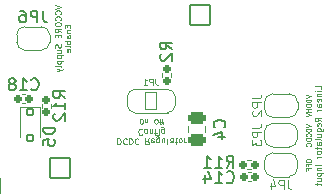
<source format=gbo>
G04 #@! TF.GenerationSoftware,KiCad,Pcbnew,(5.99.0-12840-g99442350a4)*
G04 #@! TF.CreationDate,2021-11-05T14:17:08+01:00*
G04 #@! TF.ProjectId,stknx,73746b6e-782e-46b6-9963-61645f706362,rev?*
G04 #@! TF.SameCoordinates,Original*
G04 #@! TF.FileFunction,Legend,Bot*
G04 #@! TF.FilePolarity,Positive*
%FSLAX46Y46*%
G04 Gerber Fmt 4.6, Leading zero omitted, Abs format (unit mm)*
G04 Created by KiCad (PCBNEW (5.99.0-12840-g99442350a4)) date 2021-11-05 14:17:08*
%MOMM*%
%LPD*%
G01*
G04 APERTURE LIST*
G04 Aperture macros list*
%AMRoundRect*
0 Rectangle with rounded corners*
0 $1 Rounding radius*
0 $2 $3 $4 $5 $6 $7 $8 $9 X,Y pos of 4 corners*
0 Add a 4 corners polygon primitive as box body*
4,1,4,$2,$3,$4,$5,$6,$7,$8,$9,$2,$3,0*
0 Add four circle primitives for the rounded corners*
1,1,$1+$1,$2,$3*
1,1,$1+$1,$4,$5*
1,1,$1+$1,$6,$7*
1,1,$1+$1,$8,$9*
0 Add four rect primitives between the rounded corners*
20,1,$1+$1,$2,$3,$4,$5,0*
20,1,$1+$1,$4,$5,$6,$7,0*
20,1,$1+$1,$6,$7,$8,$9,0*
20,1,$1+$1,$8,$9,$2,$3,0*%
%AMFreePoly0*
4,1,37,0.535355,0.785355,0.550000,0.750000,0.550000,-0.750000,0.535355,-0.785355,0.500000,-0.800000,0.000000,-0.800000,-0.012524,-0.794812,-0.080857,-0.793560,-0.094851,-0.791293,-0.230166,-0.749018,-0.242962,-0.742915,-0.360972,-0.664360,-0.371540,-0.654911,-0.462760,-0.546392,-0.470252,-0.534356,-0.527347,-0.404597,-0.531159,-0.390943,-0.548742,-0.256483,-0.547388,-0.256306,-0.550000,-0.250000,
-0.550000,0.250000,-0.549522,0.251153,-0.549368,0.263802,-0.527557,0.403879,-0.523412,0.417435,-0.463164,0.545760,-0.455381,0.557609,-0.361537,0.663867,-0.350741,0.673055,-0.230846,0.748703,-0.217905,0.754492,-0.081598,0.793449,-0.067552,0.795373,-0.011991,0.795033,0.000000,0.800000,0.500000,0.800000,0.535355,0.785355,0.535355,0.785355,$1*%
%AMFreePoly1*
4,1,37,0.012350,0.794884,0.074210,0.794507,0.088231,0.792412,0.224052,0.751793,0.236921,0.745846,0.355883,0.668739,0.366566,0.659420,0.459104,0.552023,0.466742,0.540080,0.525419,0.411028,0.529398,0.397421,0.549495,0.257088,0.550000,0.250000,0.550000,-0.250000,0.549996,-0.250610,0.549847,-0.262826,0.549158,-0.270511,0.525638,-0.410312,0.521328,-0.423818,0.459516,-0.551397,
0.451589,-0.563150,0.356454,-0.668254,0.345546,-0.677309,0.224736,-0.751486,0.211726,-0.757116,0.074953,-0.794405,0.060885,-0.796158,0.011462,-0.795252,0.000000,-0.800000,-0.500000,-0.800000,-0.535355,-0.785355,-0.550000,-0.750000,-0.550000,0.750000,-0.535355,0.785355,-0.500000,0.800000,0.000000,0.800000,0.012350,0.794884,0.012350,0.794884,$1*%
%AMFreePoly2*
4,1,37,0.585355,0.785355,0.600000,0.750000,0.600000,-0.750000,0.585355,-0.785355,0.550000,-0.800000,0.000000,-0.800000,-0.012524,-0.794812,-0.080857,-0.793560,-0.094851,-0.791293,-0.230166,-0.749018,-0.242962,-0.742915,-0.360972,-0.664360,-0.371540,-0.654911,-0.462760,-0.546392,-0.470252,-0.534356,-0.527347,-0.404597,-0.531159,-0.390943,-0.548742,-0.256483,-0.547388,-0.256306,-0.550000,-0.250000,
-0.550000,0.250000,-0.549522,0.251153,-0.549368,0.263802,-0.527557,0.403879,-0.523412,0.417435,-0.463164,0.545760,-0.455381,0.557609,-0.361537,0.663867,-0.350741,0.673055,-0.230846,0.748703,-0.217905,0.754492,-0.081598,0.793449,-0.067552,0.795373,-0.011991,0.795033,0.000000,0.800000,0.550000,0.800000,0.585355,0.785355,0.585355,0.785355,$1*%
%AMFreePoly3*
4,1,37,0.012350,0.794884,0.074210,0.794507,0.088231,0.792412,0.224052,0.751793,0.236921,0.745846,0.355883,0.668739,0.366566,0.659420,0.459104,0.552023,0.466742,0.540080,0.525419,0.411028,0.529398,0.397421,0.549495,0.257088,0.550000,0.250000,0.550000,-0.250000,0.549996,-0.250610,0.549847,-0.262826,0.549158,-0.270511,0.525638,-0.410312,0.521328,-0.423818,0.459516,-0.551397,
0.451589,-0.563150,0.356454,-0.668254,0.345546,-0.677309,0.224736,-0.751486,0.211726,-0.757116,0.074953,-0.794405,0.060885,-0.796158,0.011462,-0.795252,0.000000,-0.800000,-0.550000,-0.800000,-0.585355,-0.785355,-0.600000,-0.750000,-0.600000,0.750000,-0.585355,0.785355,-0.550000,0.800000,0.000000,0.800000,0.012350,0.794884,0.012350,0.794884,$1*%
G04 Aperture macros list end*
%ADD10C,0.070000*%
%ADD11C,0.075000*%
%ADD12C,0.100000*%
%ADD13C,0.150000*%
%ADD14C,0.120000*%
%ADD15RoundRect,0.050000X-0.850000X0.850000X-0.850000X-0.850000X0.850000X-0.850000X0.850000X0.850000X0*%
%ADD16O,1.800000X1.800000*%
%ADD17RoundRect,0.050000X0.850000X0.850000X-0.850000X0.850000X-0.850000X-0.850000X0.850000X-0.850000X0*%
%ADD18C,2.100000*%
%ADD19RoundRect,0.050000X0.850000X-0.850000X0.850000X0.850000X-0.850000X0.850000X-0.850000X-0.850000X0*%
%ADD20FreePoly0,0.000000*%
%ADD21FreePoly1,0.000000*%
%ADD22RoundRect,0.185000X-0.185000X0.135000X-0.185000X-0.135000X0.185000X-0.135000X0.185000X0.135000X0*%
%ADD23RoundRect,0.190000X0.140000X0.170000X-0.140000X0.170000X-0.140000X-0.170000X0.140000X-0.170000X0*%
%ADD24RoundRect,0.300000X0.475000X-0.250000X0.475000X0.250000X-0.475000X0.250000X-0.475000X-0.250000X0*%
%ADD25RoundRect,0.185000X-0.135000X-0.185000X0.135000X-0.185000X0.135000X0.185000X-0.135000X0.185000X0*%
%ADD26FreePoly0,180.000000*%
%ADD27FreePoly1,180.000000*%
%ADD28RoundRect,0.185000X0.185000X-0.135000X0.185000X0.135000X-0.185000X0.135000X-0.185000X-0.135000X0*%
%ADD29FreePoly2,0.000000*%
%ADD30RoundRect,0.050000X-0.500000X-0.750000X0.500000X-0.750000X0.500000X0.750000X-0.500000X0.750000X0*%
%ADD31FreePoly3,0.000000*%
%ADD32RoundRect,0.050000X-0.250000X0.250000X-0.250000X-0.250000X0.250000X-0.250000X0.250000X0.250000X0*%
%ADD33RoundRect,0.190000X-0.140000X-0.170000X0.140000X-0.170000X0.140000X0.170000X-0.140000X0.170000X0*%
G04 APERTURE END LIST*
D10*
X171212952Y-107813047D02*
X171289142Y-107813047D01*
X171327238Y-107794000D01*
X171365333Y-107755904D01*
X171384380Y-107679714D01*
X171384380Y-107546380D01*
X171365333Y-107470190D01*
X171327238Y-107432095D01*
X171289142Y-107413047D01*
X171212952Y-107413047D01*
X171174857Y-107432095D01*
X171136761Y-107470190D01*
X171117714Y-107546380D01*
X171117714Y-107679714D01*
X171136761Y-107755904D01*
X171174857Y-107794000D01*
X171212952Y-107813047D01*
X171555809Y-107679714D02*
X171555809Y-107413047D01*
X171555809Y-107641619D02*
X171574857Y-107660666D01*
X171612952Y-107679714D01*
X171670095Y-107679714D01*
X171708190Y-107660666D01*
X171727238Y-107622571D01*
X171727238Y-107413047D01*
D11*
X186458190Y-104889238D02*
X186458190Y-104651142D01*
X185958190Y-104651142D01*
X186458190Y-105055904D02*
X186124857Y-105055904D01*
X185958190Y-105055904D02*
X185982000Y-105032095D01*
X186005809Y-105055904D01*
X185982000Y-105079714D01*
X185958190Y-105055904D01*
X186005809Y-105055904D01*
X186124857Y-105294000D02*
X186458190Y-105294000D01*
X186172476Y-105294000D02*
X186148666Y-105317809D01*
X186124857Y-105365428D01*
X186124857Y-105436857D01*
X186148666Y-105484476D01*
X186196285Y-105508285D01*
X186458190Y-105508285D01*
X186434380Y-105936857D02*
X186458190Y-105889238D01*
X186458190Y-105794000D01*
X186434380Y-105746380D01*
X186386761Y-105722571D01*
X186196285Y-105722571D01*
X186148666Y-105746380D01*
X186124857Y-105794000D01*
X186124857Y-105889238D01*
X186148666Y-105936857D01*
X186196285Y-105960666D01*
X186243904Y-105960666D01*
X186291523Y-105722571D01*
X186458190Y-106389238D02*
X186196285Y-106389238D01*
X186148666Y-106365428D01*
X186124857Y-106317809D01*
X186124857Y-106222571D01*
X186148666Y-106174952D01*
X186434380Y-106389238D02*
X186458190Y-106341619D01*
X186458190Y-106222571D01*
X186434380Y-106174952D01*
X186386761Y-106151142D01*
X186339142Y-106151142D01*
X186291523Y-106174952D01*
X186267714Y-106222571D01*
X186267714Y-106341619D01*
X186243904Y-106389238D01*
X186458190Y-106627333D02*
X186124857Y-106627333D01*
X186220095Y-106627333D02*
X186172476Y-106651142D01*
X186148666Y-106674952D01*
X186124857Y-106722571D01*
X186124857Y-106770190D01*
X186458190Y-107603523D02*
X186220095Y-107436857D01*
X186458190Y-107317809D02*
X185958190Y-107317809D01*
X185958190Y-107508285D01*
X185982000Y-107555904D01*
X186005809Y-107579714D01*
X186053428Y-107603523D01*
X186124857Y-107603523D01*
X186172476Y-107579714D01*
X186196285Y-107555904D01*
X186220095Y-107508285D01*
X186220095Y-107317809D01*
X186434380Y-108008285D02*
X186458190Y-107960666D01*
X186458190Y-107865428D01*
X186434380Y-107817809D01*
X186386761Y-107794000D01*
X186196285Y-107794000D01*
X186148666Y-107817809D01*
X186124857Y-107865428D01*
X186124857Y-107960666D01*
X186148666Y-108008285D01*
X186196285Y-108032095D01*
X186243904Y-108032095D01*
X186291523Y-107794000D01*
X186124857Y-108460666D02*
X186529619Y-108460666D01*
X186577238Y-108436857D01*
X186601047Y-108413047D01*
X186624857Y-108365428D01*
X186624857Y-108294000D01*
X186601047Y-108246380D01*
X186434380Y-108460666D02*
X186458190Y-108413047D01*
X186458190Y-108317809D01*
X186434380Y-108270190D01*
X186410571Y-108246380D01*
X186362952Y-108222571D01*
X186220095Y-108222571D01*
X186172476Y-108246380D01*
X186148666Y-108270190D01*
X186124857Y-108317809D01*
X186124857Y-108413047D01*
X186148666Y-108460666D01*
X186124857Y-108913047D02*
X186458190Y-108913047D01*
X186124857Y-108698761D02*
X186386761Y-108698761D01*
X186434380Y-108722571D01*
X186458190Y-108770190D01*
X186458190Y-108841619D01*
X186434380Y-108889238D01*
X186410571Y-108913047D01*
X186458190Y-109222571D02*
X186434380Y-109174952D01*
X186386761Y-109151142D01*
X185958190Y-109151142D01*
X186458190Y-109627333D02*
X186196285Y-109627333D01*
X186148666Y-109603523D01*
X186124857Y-109555904D01*
X186124857Y-109460666D01*
X186148666Y-109413047D01*
X186434380Y-109627333D02*
X186458190Y-109579714D01*
X186458190Y-109460666D01*
X186434380Y-109413047D01*
X186386761Y-109389238D01*
X186339142Y-109389238D01*
X186291523Y-109413047D01*
X186267714Y-109460666D01*
X186267714Y-109579714D01*
X186243904Y-109627333D01*
X186124857Y-109794000D02*
X186124857Y-109984476D01*
X185958190Y-109865428D02*
X186386761Y-109865428D01*
X186434380Y-109889238D01*
X186458190Y-109936857D01*
X186458190Y-109984476D01*
X186458190Y-110222571D02*
X186434380Y-110174952D01*
X186410571Y-110151142D01*
X186362952Y-110127333D01*
X186220095Y-110127333D01*
X186172476Y-110151142D01*
X186148666Y-110174952D01*
X186124857Y-110222571D01*
X186124857Y-110294000D01*
X186148666Y-110341619D01*
X186172476Y-110365428D01*
X186220095Y-110389238D01*
X186362952Y-110389238D01*
X186410571Y-110365428D01*
X186434380Y-110341619D01*
X186458190Y-110294000D01*
X186458190Y-110222571D01*
X186458190Y-110603523D02*
X186124857Y-110603523D01*
X186220095Y-110603523D02*
X186172476Y-110627333D01*
X186148666Y-110651142D01*
X186124857Y-110698761D01*
X186124857Y-110746380D01*
X186458190Y-111294000D02*
X185958190Y-111294000D01*
X186124857Y-111532095D02*
X186458190Y-111532095D01*
X186172476Y-111532095D02*
X186148666Y-111555904D01*
X186124857Y-111603523D01*
X186124857Y-111674952D01*
X186148666Y-111722571D01*
X186196285Y-111746380D01*
X186458190Y-111746380D01*
X186124857Y-111984476D02*
X186624857Y-111984476D01*
X186148666Y-111984476D02*
X186124857Y-112032095D01*
X186124857Y-112127333D01*
X186148666Y-112174952D01*
X186172476Y-112198761D01*
X186220095Y-112222571D01*
X186362952Y-112222571D01*
X186410571Y-112198761D01*
X186434380Y-112174952D01*
X186458190Y-112127333D01*
X186458190Y-112032095D01*
X186434380Y-111984476D01*
X186124857Y-112651142D02*
X186458190Y-112651142D01*
X186124857Y-112436857D02*
X186386761Y-112436857D01*
X186434380Y-112460666D01*
X186458190Y-112508285D01*
X186458190Y-112579714D01*
X186434380Y-112627333D01*
X186410571Y-112651142D01*
X186124857Y-112817809D02*
X186124857Y-113008285D01*
X185958190Y-112889238D02*
X186386761Y-112889238D01*
X186434380Y-112913047D01*
X186458190Y-112960666D01*
X186458190Y-113008285D01*
D10*
X172465333Y-107813047D02*
X172541523Y-107813047D01*
X172579619Y-107794000D01*
X172617714Y-107755904D01*
X172636761Y-107679714D01*
X172636761Y-107546380D01*
X172617714Y-107470190D01*
X172579619Y-107432095D01*
X172541523Y-107413047D01*
X172465333Y-107413047D01*
X172427238Y-107432095D01*
X172389142Y-107470190D01*
X172370095Y-107546380D01*
X172370095Y-107679714D01*
X172389142Y-107755904D01*
X172427238Y-107794000D01*
X172465333Y-107813047D01*
X172751047Y-107679714D02*
X172903428Y-107679714D01*
X172808190Y-107413047D02*
X172808190Y-107755904D01*
X172827238Y-107794000D01*
X172865333Y-107813047D01*
X172903428Y-107813047D01*
X172979619Y-107679714D02*
X173132000Y-107679714D01*
X173036761Y-107413047D02*
X173036761Y-107755904D01*
X173055809Y-107794000D01*
X173093904Y-107813047D01*
X173132000Y-107813047D01*
D11*
X169230952Y-109070309D02*
X169230952Y-109570309D01*
X169350000Y-109570309D01*
X169421428Y-109546500D01*
X169469047Y-109498880D01*
X169492857Y-109451261D01*
X169516666Y-109356023D01*
X169516666Y-109284595D01*
X169492857Y-109189357D01*
X169469047Y-109141738D01*
X169421428Y-109094119D01*
X169350000Y-109070309D01*
X169230952Y-109070309D01*
X170016666Y-109117928D02*
X169992857Y-109094119D01*
X169921428Y-109070309D01*
X169873809Y-109070309D01*
X169802380Y-109094119D01*
X169754761Y-109141738D01*
X169730952Y-109189357D01*
X169707142Y-109284595D01*
X169707142Y-109356023D01*
X169730952Y-109451261D01*
X169754761Y-109498880D01*
X169802380Y-109546500D01*
X169873809Y-109570309D01*
X169921428Y-109570309D01*
X169992857Y-109546500D01*
X170016666Y-109522690D01*
X170230952Y-109070309D02*
X170230952Y-109570309D01*
X170350000Y-109570309D01*
X170421428Y-109546500D01*
X170469047Y-109498880D01*
X170492857Y-109451261D01*
X170516666Y-109356023D01*
X170516666Y-109284595D01*
X170492857Y-109189357D01*
X170469047Y-109141738D01*
X170421428Y-109094119D01*
X170350000Y-109070309D01*
X170230952Y-109070309D01*
X171016666Y-109117928D02*
X170992857Y-109094119D01*
X170921428Y-109070309D01*
X170873809Y-109070309D01*
X170802380Y-109094119D01*
X170754761Y-109141738D01*
X170730952Y-109189357D01*
X170707142Y-109284595D01*
X170707142Y-109356023D01*
X170730952Y-109451261D01*
X170754761Y-109498880D01*
X170802380Y-109546500D01*
X170873809Y-109570309D01*
X170921428Y-109570309D01*
X170992857Y-109546500D01*
X171016666Y-109522690D01*
X171897619Y-109070309D02*
X171730952Y-109308404D01*
X171611904Y-109070309D02*
X171611904Y-109570309D01*
X171802380Y-109570309D01*
X171850000Y-109546500D01*
X171873809Y-109522690D01*
X171897619Y-109475071D01*
X171897619Y-109403642D01*
X171873809Y-109356023D01*
X171850000Y-109332214D01*
X171802380Y-109308404D01*
X171611904Y-109308404D01*
X172302380Y-109094119D02*
X172254761Y-109070309D01*
X172159523Y-109070309D01*
X172111904Y-109094119D01*
X172088095Y-109141738D01*
X172088095Y-109332214D01*
X172111904Y-109379833D01*
X172159523Y-109403642D01*
X172254761Y-109403642D01*
X172302380Y-109379833D01*
X172326190Y-109332214D01*
X172326190Y-109284595D01*
X172088095Y-109236976D01*
X172754761Y-109403642D02*
X172754761Y-108998880D01*
X172730952Y-108951261D01*
X172707142Y-108927452D01*
X172659523Y-108903642D01*
X172588095Y-108903642D01*
X172540476Y-108927452D01*
X172754761Y-109094119D02*
X172707142Y-109070309D01*
X172611904Y-109070309D01*
X172564285Y-109094119D01*
X172540476Y-109117928D01*
X172516666Y-109165547D01*
X172516666Y-109308404D01*
X172540476Y-109356023D01*
X172564285Y-109379833D01*
X172611904Y-109403642D01*
X172707142Y-109403642D01*
X172754761Y-109379833D01*
X173207142Y-109403642D02*
X173207142Y-109070309D01*
X172992857Y-109403642D02*
X172992857Y-109141738D01*
X173016666Y-109094119D01*
X173064285Y-109070309D01*
X173135714Y-109070309D01*
X173183333Y-109094119D01*
X173207142Y-109117928D01*
X173516666Y-109070309D02*
X173469047Y-109094119D01*
X173445238Y-109141738D01*
X173445238Y-109570309D01*
X173921428Y-109070309D02*
X173921428Y-109332214D01*
X173897619Y-109379833D01*
X173850000Y-109403642D01*
X173754761Y-109403642D01*
X173707142Y-109379833D01*
X173921428Y-109094119D02*
X173873809Y-109070309D01*
X173754761Y-109070309D01*
X173707142Y-109094119D01*
X173683333Y-109141738D01*
X173683333Y-109189357D01*
X173707142Y-109236976D01*
X173754761Y-109260785D01*
X173873809Y-109260785D01*
X173921428Y-109284595D01*
X174088095Y-109403642D02*
X174278571Y-109403642D01*
X174159523Y-109570309D02*
X174159523Y-109141738D01*
X174183333Y-109094119D01*
X174230952Y-109070309D01*
X174278571Y-109070309D01*
X174516666Y-109070309D02*
X174469047Y-109094119D01*
X174445238Y-109117928D01*
X174421428Y-109165547D01*
X174421428Y-109308404D01*
X174445238Y-109356023D01*
X174469047Y-109379833D01*
X174516666Y-109403642D01*
X174588095Y-109403642D01*
X174635714Y-109379833D01*
X174659523Y-109356023D01*
X174683333Y-109308404D01*
X174683333Y-109165547D01*
X174659523Y-109117928D01*
X174635714Y-109094119D01*
X174588095Y-109070309D01*
X174516666Y-109070309D01*
X174897619Y-109070309D02*
X174897619Y-109403642D01*
X174897619Y-109308404D02*
X174921428Y-109356023D01*
X174945238Y-109379833D01*
X174992857Y-109403642D01*
X175040476Y-109403642D01*
X171314285Y-108312928D02*
X171290476Y-108289119D01*
X171219047Y-108265309D01*
X171171428Y-108265309D01*
X171100000Y-108289119D01*
X171052380Y-108336738D01*
X171028571Y-108384357D01*
X171004761Y-108479595D01*
X171004761Y-108551023D01*
X171028571Y-108646261D01*
X171052380Y-108693880D01*
X171100000Y-108741500D01*
X171171428Y-108765309D01*
X171219047Y-108765309D01*
X171290476Y-108741500D01*
X171314285Y-108717690D01*
X171600000Y-108265309D02*
X171552380Y-108289119D01*
X171528571Y-108312928D01*
X171504761Y-108360547D01*
X171504761Y-108503404D01*
X171528571Y-108551023D01*
X171552380Y-108574833D01*
X171600000Y-108598642D01*
X171671428Y-108598642D01*
X171719047Y-108574833D01*
X171742857Y-108551023D01*
X171766666Y-108503404D01*
X171766666Y-108360547D01*
X171742857Y-108312928D01*
X171719047Y-108289119D01*
X171671428Y-108265309D01*
X171600000Y-108265309D01*
X171980952Y-108598642D02*
X171980952Y-108265309D01*
X171980952Y-108551023D02*
X172004761Y-108574833D01*
X172052380Y-108598642D01*
X172123809Y-108598642D01*
X172171428Y-108574833D01*
X172195238Y-108527214D01*
X172195238Y-108265309D01*
X172361904Y-108598642D02*
X172552380Y-108598642D01*
X172433333Y-108265309D02*
X172433333Y-108693880D01*
X172457142Y-108741500D01*
X172504761Y-108765309D01*
X172552380Y-108765309D01*
X172719047Y-108265309D02*
X172719047Y-108598642D01*
X172719047Y-108765309D02*
X172695238Y-108741500D01*
X172719047Y-108717690D01*
X172742857Y-108741500D01*
X172719047Y-108765309D01*
X172719047Y-108717690D01*
X173171428Y-108598642D02*
X173171428Y-108193880D01*
X173147619Y-108146261D01*
X173123809Y-108122452D01*
X173076190Y-108098642D01*
X173004761Y-108098642D01*
X172957142Y-108122452D01*
X173171428Y-108289119D02*
X173123809Y-108265309D01*
X173028571Y-108265309D01*
X172980952Y-108289119D01*
X172957142Y-108312928D01*
X172933333Y-108360547D01*
X172933333Y-108503404D01*
X172957142Y-108551023D01*
X172980952Y-108574833D01*
X173028571Y-108598642D01*
X173123809Y-108598642D01*
X173171428Y-108574833D01*
D10*
X185212952Y-105379714D02*
X185612952Y-105513047D01*
X185212952Y-105646380D01*
X185612952Y-105779714D02*
X185212952Y-105779714D01*
X185212952Y-105874952D01*
X185232000Y-105932095D01*
X185270095Y-105970190D01*
X185308190Y-105989238D01*
X185384380Y-106008285D01*
X185441523Y-106008285D01*
X185517714Y-105989238D01*
X185555809Y-105970190D01*
X185593904Y-105932095D01*
X185612952Y-105874952D01*
X185612952Y-105779714D01*
X185612952Y-106179714D02*
X185212952Y-106179714D01*
X185212952Y-106274952D01*
X185232000Y-106332095D01*
X185270095Y-106370190D01*
X185308190Y-106389238D01*
X185384380Y-106408285D01*
X185441523Y-106408285D01*
X185517714Y-106389238D01*
X185555809Y-106370190D01*
X185593904Y-106332095D01*
X185612952Y-106274952D01*
X185612952Y-106179714D01*
X185612952Y-106579714D02*
X185212952Y-106579714D01*
X185403428Y-106579714D02*
X185403428Y-106808285D01*
X185612952Y-106808285D02*
X185212952Y-106808285D01*
X185212952Y-106941619D02*
X185612952Y-107074952D01*
X185212952Y-107208285D01*
X185212952Y-107860666D02*
X185612952Y-107994000D01*
X185212952Y-108127333D01*
X185612952Y-108260666D02*
X185212952Y-108260666D01*
X185212952Y-108355904D01*
X185232000Y-108413047D01*
X185270095Y-108451142D01*
X185308190Y-108470190D01*
X185384380Y-108489238D01*
X185441523Y-108489238D01*
X185517714Y-108470190D01*
X185555809Y-108451142D01*
X185593904Y-108413047D01*
X185612952Y-108355904D01*
X185612952Y-108260666D01*
X185574857Y-108889238D02*
X185593904Y-108870190D01*
X185612952Y-108813047D01*
X185612952Y-108774952D01*
X185593904Y-108717809D01*
X185555809Y-108679714D01*
X185517714Y-108660666D01*
X185441523Y-108641619D01*
X185384380Y-108641619D01*
X185308190Y-108660666D01*
X185270095Y-108679714D01*
X185232000Y-108717809D01*
X185212952Y-108774952D01*
X185212952Y-108813047D01*
X185232000Y-108870190D01*
X185251047Y-108889238D01*
X185612952Y-109060666D02*
X185212952Y-109060666D01*
X185212952Y-109155904D01*
X185232000Y-109213047D01*
X185270095Y-109251142D01*
X185308190Y-109270190D01*
X185384380Y-109289238D01*
X185441523Y-109289238D01*
X185517714Y-109270190D01*
X185555809Y-109251142D01*
X185593904Y-109213047D01*
X185612952Y-109155904D01*
X185612952Y-109060666D01*
X185574857Y-109689238D02*
X185593904Y-109670190D01*
X185612952Y-109613047D01*
X185612952Y-109574952D01*
X185593904Y-109517809D01*
X185555809Y-109479714D01*
X185517714Y-109460666D01*
X185441523Y-109441619D01*
X185384380Y-109441619D01*
X185308190Y-109460666D01*
X185270095Y-109479714D01*
X185232000Y-109517809D01*
X185212952Y-109574952D01*
X185212952Y-109613047D01*
X185232000Y-109670190D01*
X185251047Y-109689238D01*
D11*
X163955690Y-97760666D02*
X164455690Y-97927333D01*
X163955690Y-98094000D01*
X164408071Y-98546380D02*
X164431880Y-98522571D01*
X164455690Y-98451142D01*
X164455690Y-98403523D01*
X164431880Y-98332095D01*
X164384261Y-98284476D01*
X164336642Y-98260666D01*
X164241404Y-98236857D01*
X164169976Y-98236857D01*
X164074738Y-98260666D01*
X164027119Y-98284476D01*
X163979500Y-98332095D01*
X163955690Y-98403523D01*
X163955690Y-98451142D01*
X163979500Y-98522571D01*
X164003309Y-98546380D01*
X164408071Y-99046380D02*
X164431880Y-99022571D01*
X164455690Y-98951142D01*
X164455690Y-98903523D01*
X164431880Y-98832095D01*
X164384261Y-98784476D01*
X164336642Y-98760666D01*
X164241404Y-98736857D01*
X164169976Y-98736857D01*
X164074738Y-98760666D01*
X164027119Y-98784476D01*
X163979500Y-98832095D01*
X163955690Y-98903523D01*
X163955690Y-98951142D01*
X163979500Y-99022571D01*
X164003309Y-99046380D01*
X163955690Y-99355904D02*
X163955690Y-99451142D01*
X163979500Y-99498761D01*
X164027119Y-99546380D01*
X164122357Y-99570190D01*
X164289023Y-99570190D01*
X164384261Y-99546380D01*
X164431880Y-99498761D01*
X164455690Y-99451142D01*
X164455690Y-99355904D01*
X164431880Y-99308285D01*
X164384261Y-99260666D01*
X164289023Y-99236857D01*
X164122357Y-99236857D01*
X164027119Y-99260666D01*
X163979500Y-99308285D01*
X163955690Y-99355904D01*
X164455690Y-100070190D02*
X164217595Y-99903523D01*
X164455690Y-99784476D02*
X163955690Y-99784476D01*
X163955690Y-99974952D01*
X163979500Y-100022571D01*
X164003309Y-100046380D01*
X164050928Y-100070190D01*
X164122357Y-100070190D01*
X164169976Y-100046380D01*
X164193785Y-100022571D01*
X164217595Y-99974952D01*
X164217595Y-99784476D01*
X164193785Y-100284476D02*
X164193785Y-100451142D01*
X164455690Y-100522571D02*
X164455690Y-100284476D01*
X163955690Y-100284476D01*
X163955690Y-100522571D01*
X164431880Y-101094000D02*
X164455690Y-101165428D01*
X164455690Y-101284476D01*
X164431880Y-101332095D01*
X164408071Y-101355904D01*
X164360452Y-101379714D01*
X164312833Y-101379714D01*
X164265214Y-101355904D01*
X164241404Y-101332095D01*
X164217595Y-101284476D01*
X164193785Y-101189238D01*
X164169976Y-101141619D01*
X164146166Y-101117809D01*
X164098547Y-101094000D01*
X164050928Y-101094000D01*
X164003309Y-101117809D01*
X163979500Y-101141619D01*
X163955690Y-101189238D01*
X163955690Y-101308285D01*
X163979500Y-101379714D01*
X164122357Y-101808285D02*
X164455690Y-101808285D01*
X164122357Y-101594000D02*
X164384261Y-101594000D01*
X164431880Y-101617809D01*
X164455690Y-101665428D01*
X164455690Y-101736857D01*
X164431880Y-101784476D01*
X164408071Y-101808285D01*
X164122357Y-102046380D02*
X164622357Y-102046380D01*
X164146166Y-102046380D02*
X164122357Y-102094000D01*
X164122357Y-102189238D01*
X164146166Y-102236857D01*
X164169976Y-102260666D01*
X164217595Y-102284476D01*
X164360452Y-102284476D01*
X164408071Y-102260666D01*
X164431880Y-102236857D01*
X164455690Y-102189238D01*
X164455690Y-102094000D01*
X164431880Y-102046380D01*
X164122357Y-102498761D02*
X164622357Y-102498761D01*
X164146166Y-102498761D02*
X164122357Y-102546380D01*
X164122357Y-102641619D01*
X164146166Y-102689238D01*
X164169976Y-102713047D01*
X164217595Y-102736857D01*
X164360452Y-102736857D01*
X164408071Y-102713047D01*
X164431880Y-102689238D01*
X164455690Y-102641619D01*
X164455690Y-102546380D01*
X164431880Y-102498761D01*
X164455690Y-103022571D02*
X164431880Y-102974952D01*
X164384261Y-102951142D01*
X163955690Y-102951142D01*
X164122357Y-103165428D02*
X164455690Y-103284476D01*
X164122357Y-103403523D02*
X164455690Y-103284476D01*
X164574738Y-103236857D01*
X164598547Y-103213047D01*
X164622357Y-103165428D01*
X164998785Y-99463047D02*
X164998785Y-99629714D01*
X165260690Y-99701142D02*
X165260690Y-99463047D01*
X164760690Y-99463047D01*
X164760690Y-99701142D01*
X164927357Y-99915428D02*
X165260690Y-99915428D01*
X164974976Y-99915428D02*
X164951166Y-99939238D01*
X164927357Y-99986857D01*
X164927357Y-100058285D01*
X164951166Y-100105904D01*
X164998785Y-100129714D01*
X165260690Y-100129714D01*
X165260690Y-100582095D02*
X164998785Y-100582095D01*
X164951166Y-100558285D01*
X164927357Y-100510666D01*
X164927357Y-100415428D01*
X164951166Y-100367809D01*
X165236880Y-100582095D02*
X165260690Y-100534476D01*
X165260690Y-100415428D01*
X165236880Y-100367809D01*
X165189261Y-100344000D01*
X165141642Y-100344000D01*
X165094023Y-100367809D01*
X165070214Y-100415428D01*
X165070214Y-100534476D01*
X165046404Y-100582095D01*
X165260690Y-100820190D02*
X164760690Y-100820190D01*
X164951166Y-100820190D02*
X164927357Y-100867809D01*
X164927357Y-100963047D01*
X164951166Y-101010666D01*
X164974976Y-101034476D01*
X165022595Y-101058285D01*
X165165452Y-101058285D01*
X165213071Y-101034476D01*
X165236880Y-101010666D01*
X165260690Y-100963047D01*
X165260690Y-100867809D01*
X165236880Y-100820190D01*
X165260690Y-101344000D02*
X165236880Y-101296380D01*
X165189261Y-101272571D01*
X164760690Y-101272571D01*
X165236880Y-101724952D02*
X165260690Y-101677333D01*
X165260690Y-101582095D01*
X165236880Y-101534476D01*
X165189261Y-101510666D01*
X164998785Y-101510666D01*
X164951166Y-101534476D01*
X164927357Y-101582095D01*
X164927357Y-101677333D01*
X164951166Y-101724952D01*
X164998785Y-101748761D01*
X165046404Y-101748761D01*
X165094023Y-101510666D01*
D10*
X185212952Y-110913047D02*
X185212952Y-110989238D01*
X185232000Y-111027333D01*
X185270095Y-111065428D01*
X185346285Y-111084476D01*
X185479619Y-111084476D01*
X185555809Y-111065428D01*
X185593904Y-111027333D01*
X185612952Y-110989238D01*
X185612952Y-110913047D01*
X185593904Y-110874952D01*
X185555809Y-110836857D01*
X185479619Y-110817809D01*
X185346285Y-110817809D01*
X185270095Y-110836857D01*
X185232000Y-110874952D01*
X185212952Y-110913047D01*
X185403428Y-111389238D02*
X185403428Y-111255904D01*
X185612952Y-111255904D02*
X185212952Y-111255904D01*
X185212952Y-111446380D01*
X185403428Y-111732095D02*
X185403428Y-111598761D01*
X185612952Y-111598761D02*
X185212952Y-111598761D01*
X185212952Y-111789238D01*
D12*
X180671285Y-108169000D02*
X181207000Y-108169000D01*
X181314142Y-108133285D01*
X181385571Y-108061857D01*
X181421285Y-107954714D01*
X181421285Y-107883285D01*
X181421285Y-108526142D02*
X180671285Y-108526142D01*
X180671285Y-108811857D01*
X180707000Y-108883285D01*
X180742714Y-108919000D01*
X180814142Y-108954714D01*
X180921285Y-108954714D01*
X180992714Y-108919000D01*
X181028428Y-108883285D01*
X181064142Y-108811857D01*
X181064142Y-108526142D01*
X180671285Y-109204714D02*
X180671285Y-109669000D01*
X180957000Y-109419000D01*
X180957000Y-109526142D01*
X180992714Y-109597571D01*
X181028428Y-109633285D01*
X181099857Y-109669000D01*
X181278428Y-109669000D01*
X181349857Y-109633285D01*
X181385571Y-109597571D01*
X181421285Y-109526142D01*
X181421285Y-109311857D01*
X181385571Y-109240428D01*
X181349857Y-109204714D01*
D13*
X173852380Y-101533333D02*
X173376190Y-101200000D01*
X173852380Y-100961904D02*
X172852380Y-100961904D01*
X172852380Y-101342857D01*
X172900000Y-101438095D01*
X172947619Y-101485714D01*
X173042857Y-101533333D01*
X173185714Y-101533333D01*
X173280952Y-101485714D01*
X173328571Y-101438095D01*
X173376190Y-101342857D01*
X173376190Y-100961904D01*
X172947619Y-101914285D02*
X172900000Y-101961904D01*
X172852380Y-102057142D01*
X172852380Y-102295238D01*
X172900000Y-102390476D01*
X172947619Y-102438095D01*
X173042857Y-102485714D01*
X173138095Y-102485714D01*
X173280952Y-102438095D01*
X173852380Y-101866666D01*
X173852380Y-102485714D01*
D12*
X183657000Y-112583285D02*
X183657000Y-113119000D01*
X183692714Y-113226142D01*
X183764142Y-113297571D01*
X183871285Y-113333285D01*
X183942714Y-113333285D01*
X183299857Y-113333285D02*
X183299857Y-112583285D01*
X183014142Y-112583285D01*
X182942714Y-112619000D01*
X182907000Y-112654714D01*
X182871285Y-112726142D01*
X182871285Y-112833285D01*
X182907000Y-112904714D01*
X182942714Y-112940428D01*
X183014142Y-112976142D01*
X183299857Y-112976142D01*
X182228428Y-112833285D02*
X182228428Y-113333285D01*
X182407000Y-112547571D02*
X182585571Y-113083285D01*
X182121285Y-113083285D01*
D13*
X161942857Y-104897142D02*
X161990476Y-104944761D01*
X162133333Y-104992380D01*
X162228571Y-104992380D01*
X162371428Y-104944761D01*
X162466666Y-104849523D01*
X162514285Y-104754285D01*
X162561904Y-104563809D01*
X162561904Y-104420952D01*
X162514285Y-104230476D01*
X162466666Y-104135238D01*
X162371428Y-104040000D01*
X162228571Y-103992380D01*
X162133333Y-103992380D01*
X161990476Y-104040000D01*
X161942857Y-104087619D01*
X160990476Y-104992380D02*
X161561904Y-104992380D01*
X161276190Y-104992380D02*
X161276190Y-103992380D01*
X161371428Y-104135238D01*
X161466666Y-104230476D01*
X161561904Y-104278095D01*
X160419047Y-104420952D02*
X160514285Y-104373333D01*
X160561904Y-104325714D01*
X160609523Y-104230476D01*
X160609523Y-104182857D01*
X160561904Y-104087619D01*
X160514285Y-104040000D01*
X160419047Y-103992380D01*
X160228571Y-103992380D01*
X160133333Y-104040000D01*
X160085714Y-104087619D01*
X160038095Y-104182857D01*
X160038095Y-104230476D01*
X160085714Y-104325714D01*
X160133333Y-104373333D01*
X160228571Y-104420952D01*
X160419047Y-104420952D01*
X160514285Y-104468571D01*
X160561904Y-104516190D01*
X160609523Y-104611428D01*
X160609523Y-104801904D01*
X160561904Y-104897142D01*
X160514285Y-104944761D01*
X160419047Y-104992380D01*
X160228571Y-104992380D01*
X160133333Y-104944761D01*
X160085714Y-104897142D01*
X160038095Y-104801904D01*
X160038095Y-104611428D01*
X160085714Y-104516190D01*
X160133333Y-104468571D01*
X160228571Y-104420952D01*
X178289142Y-108127333D02*
X178336761Y-108079714D01*
X178384380Y-107936857D01*
X178384380Y-107841619D01*
X178336761Y-107698761D01*
X178241523Y-107603523D01*
X178146285Y-107555904D01*
X177955809Y-107508285D01*
X177812952Y-107508285D01*
X177622476Y-107555904D01*
X177527238Y-107603523D01*
X177432000Y-107698761D01*
X177384380Y-107841619D01*
X177384380Y-107936857D01*
X177432000Y-108079714D01*
X177479619Y-108127333D01*
X177717714Y-108984476D02*
X178384380Y-108984476D01*
X177336761Y-108746380D02*
X178051047Y-108508285D01*
X178051047Y-109127333D01*
X178474857Y-111546380D02*
X178808190Y-111070190D01*
X179046285Y-111546380D02*
X179046285Y-110546380D01*
X178665333Y-110546380D01*
X178570095Y-110594000D01*
X178522476Y-110641619D01*
X178474857Y-110736857D01*
X178474857Y-110879714D01*
X178522476Y-110974952D01*
X178570095Y-111022571D01*
X178665333Y-111070190D01*
X179046285Y-111070190D01*
X177522476Y-111546380D02*
X178093904Y-111546380D01*
X177808190Y-111546380D02*
X177808190Y-110546380D01*
X177903428Y-110689238D01*
X177998666Y-110784476D01*
X178093904Y-110832095D01*
X176570095Y-111546380D02*
X177141523Y-111546380D01*
X176855809Y-111546380D02*
X176855809Y-110546380D01*
X176951047Y-110689238D01*
X177046285Y-110784476D01*
X177141523Y-110832095D01*
D12*
X180671285Y-105669000D02*
X181207000Y-105669000D01*
X181314142Y-105633285D01*
X181385571Y-105561857D01*
X181421285Y-105454714D01*
X181421285Y-105383285D01*
X181421285Y-106026142D02*
X180671285Y-106026142D01*
X180671285Y-106311857D01*
X180707000Y-106383285D01*
X180742714Y-106419000D01*
X180814142Y-106454714D01*
X180921285Y-106454714D01*
X180992714Y-106419000D01*
X181028428Y-106383285D01*
X181064142Y-106311857D01*
X181064142Y-106026142D01*
X180742714Y-106740428D02*
X180707000Y-106776142D01*
X180671285Y-106847571D01*
X180671285Y-107026142D01*
X180707000Y-107097571D01*
X180742714Y-107133285D01*
X180814142Y-107169000D01*
X180885571Y-107169000D01*
X180992714Y-107133285D01*
X181421285Y-106704714D01*
X181421285Y-107169000D01*
D13*
X162933333Y-98252380D02*
X162933333Y-98966666D01*
X162980952Y-99109523D01*
X163076190Y-99204761D01*
X163219047Y-99252380D01*
X163314285Y-99252380D01*
X162457142Y-99252380D02*
X162457142Y-98252380D01*
X162076190Y-98252380D01*
X161980952Y-98300000D01*
X161933333Y-98347619D01*
X161885714Y-98442857D01*
X161885714Y-98585714D01*
X161933333Y-98680952D01*
X161980952Y-98728571D01*
X162076190Y-98776190D01*
X162457142Y-98776190D01*
X161028571Y-98252380D02*
X161219047Y-98252380D01*
X161314285Y-98300000D01*
X161361904Y-98347619D01*
X161457142Y-98490476D01*
X161504761Y-98680952D01*
X161504761Y-99061904D01*
X161457142Y-99157142D01*
X161409523Y-99204761D01*
X161314285Y-99252380D01*
X161123809Y-99252380D01*
X161028571Y-99204761D01*
X160980952Y-99157142D01*
X160933333Y-99061904D01*
X160933333Y-98823809D01*
X160980952Y-98728571D01*
X161028571Y-98680952D01*
X161123809Y-98633333D01*
X161314285Y-98633333D01*
X161409523Y-98680952D01*
X161457142Y-98728571D01*
X161504761Y-98823809D01*
X164822380Y-105657142D02*
X164346190Y-105323809D01*
X164822380Y-105085714D02*
X163822380Y-105085714D01*
X163822380Y-105466666D01*
X163870000Y-105561904D01*
X163917619Y-105609523D01*
X164012857Y-105657142D01*
X164155714Y-105657142D01*
X164250952Y-105609523D01*
X164298571Y-105561904D01*
X164346190Y-105466666D01*
X164346190Y-105085714D01*
X164822380Y-106609523D02*
X164822380Y-106038095D01*
X164822380Y-106323809D02*
X163822380Y-106323809D01*
X163965238Y-106228571D01*
X164060476Y-106133333D01*
X164108095Y-106038095D01*
X163917619Y-106990476D02*
X163870000Y-107038095D01*
X163822380Y-107133333D01*
X163822380Y-107371428D01*
X163870000Y-107466666D01*
X163917619Y-107514285D01*
X164012857Y-107561904D01*
X164108095Y-107561904D01*
X164250952Y-107514285D01*
X164822380Y-106942857D01*
X164822380Y-107561904D01*
D11*
X172448666Y-104020190D02*
X172448666Y-104377333D01*
X172472476Y-104448761D01*
X172520095Y-104496380D01*
X172591523Y-104520190D01*
X172639142Y-104520190D01*
X172210571Y-104520190D02*
X172210571Y-104020190D01*
X172020095Y-104020190D01*
X171972476Y-104044000D01*
X171948666Y-104067809D01*
X171924857Y-104115428D01*
X171924857Y-104186857D01*
X171948666Y-104234476D01*
X171972476Y-104258285D01*
X172020095Y-104282095D01*
X172210571Y-104282095D01*
X171448666Y-104520190D02*
X171734380Y-104520190D01*
X171591523Y-104520190D02*
X171591523Y-104020190D01*
X171639142Y-104091619D01*
X171686761Y-104139238D01*
X171734380Y-104163047D01*
D13*
X163952380Y-108161904D02*
X162952380Y-108161904D01*
X162952380Y-108400000D01*
X163000000Y-108542857D01*
X163095238Y-108638095D01*
X163190476Y-108685714D01*
X163380952Y-108733333D01*
X163523809Y-108733333D01*
X163714285Y-108685714D01*
X163809523Y-108638095D01*
X163904761Y-108542857D01*
X163952380Y-108400000D01*
X163952380Y-108161904D01*
X162952380Y-109638095D02*
X162952380Y-109161904D01*
X163428571Y-109114285D01*
X163380952Y-109161904D01*
X163333333Y-109257142D01*
X163333333Y-109495238D01*
X163380952Y-109590476D01*
X163428571Y-109638095D01*
X163523809Y-109685714D01*
X163761904Y-109685714D01*
X163857142Y-109638095D01*
X163904761Y-109590476D01*
X163952380Y-109495238D01*
X163952380Y-109257142D01*
X163904761Y-109161904D01*
X163857142Y-109114285D01*
X178474857Y-112757142D02*
X178522476Y-112804761D01*
X178665333Y-112852380D01*
X178760571Y-112852380D01*
X178903428Y-112804761D01*
X178998666Y-112709523D01*
X179046285Y-112614285D01*
X179093904Y-112423809D01*
X179093904Y-112280952D01*
X179046285Y-112090476D01*
X178998666Y-111995238D01*
X178903428Y-111900000D01*
X178760571Y-111852380D01*
X178665333Y-111852380D01*
X178522476Y-111900000D01*
X178474857Y-111947619D01*
X177522476Y-112852380D02*
X178093904Y-112852380D01*
X177808190Y-112852380D02*
X177808190Y-111852380D01*
X177903428Y-111995238D01*
X177998666Y-112090476D01*
X178093904Y-112138095D01*
X176665333Y-112185714D02*
X176665333Y-112852380D01*
X176903428Y-111804761D02*
X177141523Y-112519047D01*
X176522476Y-112519047D01*
D14*
X181682000Y-108494000D02*
X181682000Y-109094000D01*
X182382000Y-109794000D02*
X183782000Y-109794000D01*
X184482000Y-109094000D02*
X184482000Y-108494000D01*
X183782000Y-107794000D02*
X182382000Y-107794000D01*
X181682000Y-109094000D02*
G75*
G03*
X182382000Y-109794000I700000J0D01*
G01*
X184482000Y-108494000D02*
G75*
G03*
X183782000Y-107794000I-700000J0D01*
G01*
X183782000Y-109794000D02*
G75*
G03*
X184482000Y-109094000I0J700000D01*
G01*
X182382000Y-107794000D02*
G75*
G03*
X181682000Y-108494000I0J-700000D01*
G01*
X173020000Y-103546359D02*
X173020000Y-103853641D01*
X173780000Y-103546359D02*
X173780000Y-103853641D01*
X182382000Y-112294000D02*
X183782000Y-112294000D01*
X184482000Y-111594000D02*
X184482000Y-110994000D01*
X183782000Y-110294000D02*
X182382000Y-110294000D01*
X181682000Y-110994000D02*
X181682000Y-111594000D01*
X183782000Y-112294000D02*
G75*
G03*
X184482000Y-111594000I0J700000D01*
G01*
X184482000Y-110994000D02*
G75*
G03*
X183782000Y-110294000I-700000J0D01*
G01*
X181682000Y-111594000D02*
G75*
G03*
X182382000Y-112294000I700000J0D01*
G01*
X182382000Y-110294000D02*
G75*
G03*
X181682000Y-110994000I0J-700000D01*
G01*
X161407836Y-106060000D02*
X161192164Y-106060000D01*
X161407836Y-105340000D02*
X161192164Y-105340000D01*
X176667000Y-108555252D02*
X176667000Y-108032748D01*
X175197000Y-108555252D02*
X175197000Y-108032748D01*
X180246359Y-111680000D02*
X180553641Y-111680000D01*
X180246359Y-110920000D02*
X180553641Y-110920000D01*
X183788000Y-105294000D02*
X182388000Y-105294000D01*
X184488000Y-106594000D02*
X184488000Y-105994000D01*
X182388000Y-107294000D02*
X183788000Y-107294000D01*
X181688000Y-105994000D02*
X181688000Y-106594000D01*
X183788000Y-107294000D02*
G75*
G03*
X184488000Y-106594000I0J700000D01*
G01*
X184488000Y-105994000D02*
G75*
G03*
X183788000Y-105294000I-700000J0D01*
G01*
X181688000Y-106594000D02*
G75*
G03*
X182388000Y-107294000I700000J0D01*
G01*
X182388000Y-105294000D02*
G75*
G03*
X181688000Y-105994000I0J-700000D01*
G01*
X163500000Y-100900000D02*
X163500000Y-100300000D01*
X162800000Y-99600000D02*
X161400000Y-99600000D01*
X160700000Y-100300000D02*
X160700000Y-100900000D01*
X161400000Y-101600000D02*
X162800000Y-101600000D01*
X161400000Y-99600000D02*
G75*
G03*
X160700000Y-100300000I0J-700000D01*
G01*
X163500000Y-100300000D02*
G75*
G03*
X162800000Y-99600000I-700000J0D01*
G01*
X160700000Y-100900000D02*
G75*
G03*
X161400000Y-101600000I700000J0D01*
G01*
X162800000Y-101600000D02*
G75*
G03*
X163500000Y-100900000I0J700000D01*
G01*
X162820000Y-106453641D02*
X162820000Y-106146359D01*
X163580000Y-106453641D02*
X163580000Y-106146359D01*
X170700000Y-106900000D02*
X173500000Y-106900000D01*
X173500000Y-104900000D02*
X170700000Y-104900000D01*
X174150000Y-106200000D02*
X174150000Y-105600000D01*
X170050000Y-105600000D02*
X170050000Y-106200000D01*
X173450000Y-106900000D02*
G75*
G03*
X174150000Y-106200000I0J700000D01*
G01*
X170050000Y-106200000D02*
G75*
G03*
X170750000Y-106900000I700000J0D01*
G01*
X170750000Y-104900000D02*
G75*
G03*
X170050000Y-105600000I0J-700000D01*
G01*
X174150000Y-105600000D02*
G75*
G03*
X173450000Y-104900000I-700000J0D01*
G01*
X160950000Y-106400000D02*
X160950000Y-108950000D01*
X162650000Y-106400000D02*
X162650000Y-108950000D01*
X160950000Y-106400000D02*
X162650000Y-106400000D01*
X180292164Y-112660000D02*
X180507836Y-112660000D01*
X180292164Y-111940000D02*
X180507836Y-111940000D01*
%LPC*%
D15*
X164375000Y-111600000D03*
D16*
X161835000Y-111600000D03*
D17*
X158475000Y-113284000D03*
D16*
X158475000Y-110744000D03*
X158475000Y-108204000D03*
X158475000Y-105664000D03*
X158475000Y-103124000D03*
X158475000Y-100584000D03*
D18*
X198650000Y-110150000D03*
X198650000Y-104400000D03*
D19*
X176225000Y-98600000D03*
D16*
X178765000Y-98600000D03*
D15*
X164375000Y-115200000D03*
D16*
X161835000Y-115200000D03*
D20*
X182432000Y-108794000D03*
D21*
X183732000Y-108794000D03*
D22*
X173400000Y-103190000D03*
X173400000Y-104210000D03*
D20*
X182432000Y-111294000D03*
D21*
X183732000Y-111294000D03*
D23*
X161780000Y-105700000D03*
X160820000Y-105700000D03*
D24*
X175932000Y-109244000D03*
X175932000Y-107344000D03*
D25*
X179890000Y-111300000D03*
X180910000Y-111300000D03*
D20*
X182438000Y-106294000D03*
D21*
X183738000Y-106294000D03*
D26*
X162750000Y-100600000D03*
D27*
X161450000Y-100600000D03*
D28*
X163200000Y-106810000D03*
X163200000Y-105790000D03*
D29*
X170800000Y-105900000D03*
D30*
X172100000Y-105900000D03*
D31*
X173400000Y-105900000D03*
D32*
X161800000Y-106800000D03*
X161800000Y-109000000D03*
D33*
X179920000Y-112300000D03*
X180880000Y-112300000D03*
M02*

</source>
